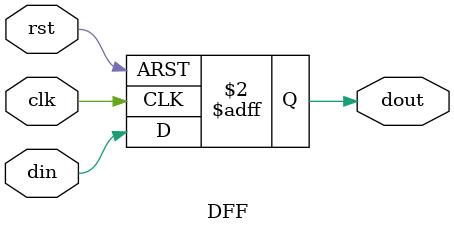
<source format=v>
`timescale 1ns / 1ps

module DFF(
    input  clk,
    input  rst,
    input  din,
    output reg dout
);

    always @(posedge clk or posedge rst) begin
        if (rst)
            dout<=1'b0;
        else
            dout<=din;
    end

endmodule

</source>
